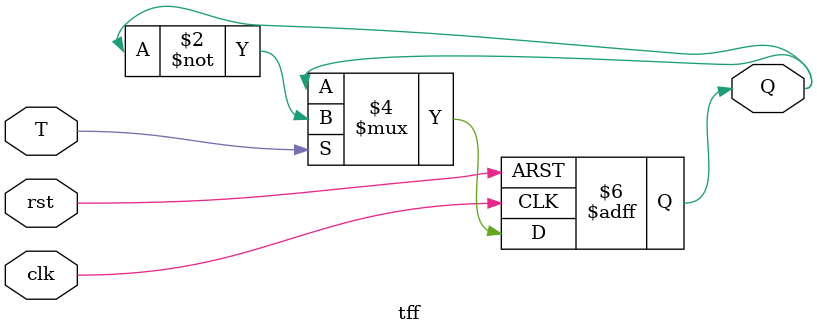
<source format=v>
`timescale 1ns / 1ps


module tff(
    input T, rst, clk,
    output reg Q
    );
    always@(posedge clk, posedge rst)
    begin
        if(rst) begin
            Q <= 0;
        end
        else begin
            if(T) begin
                Q<=~Q;
            end
            else begin 
                Q<=Q;
            end
        end
    end
endmodule

</source>
